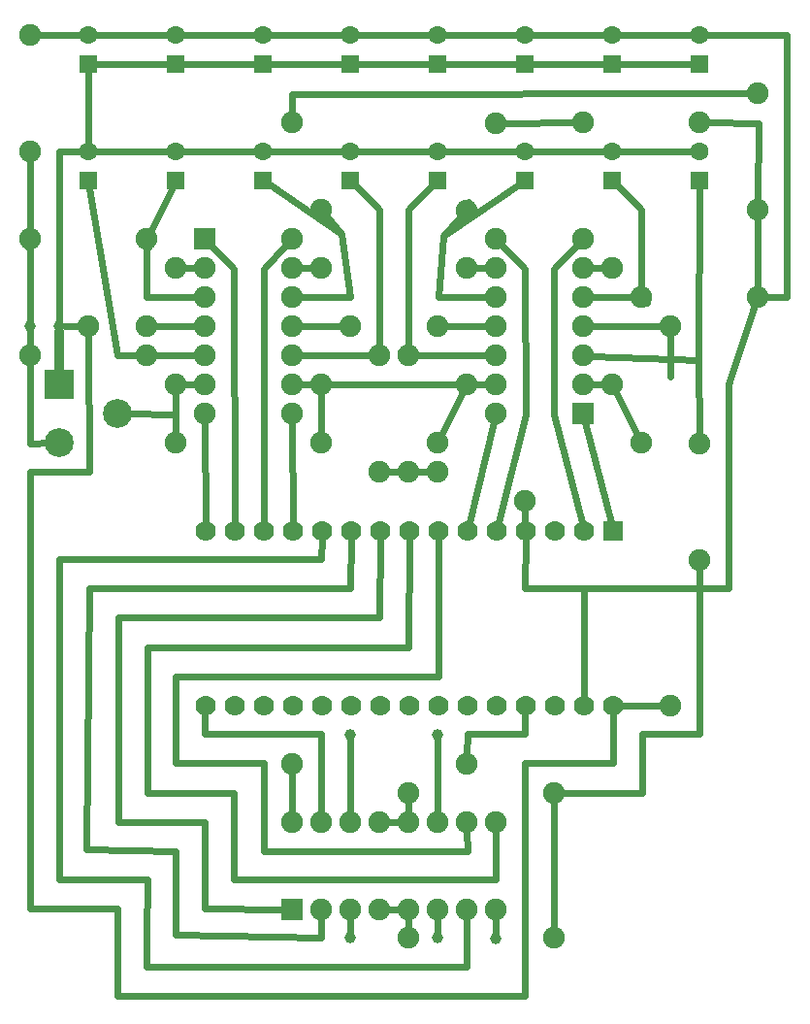
<source format=gtl>
G04 MADE WITH FRITZING*
G04 WWW.FRITZING.ORG*
G04 DOUBLE SIDED*
G04 HOLES PLATED*
G04 CONTOUR ON CENTER OF CONTOUR VECTOR*
%ASAXBY*%
%FSLAX23Y23*%
%MOIN*%
%OFA0B0*%
%SFA1.0B1.0*%
%ADD10C,0.075000*%
%ADD11C,0.062992*%
%ADD12C,0.099000*%
%ADD13C,0.070000*%
%ADD14C,0.039370*%
%ADD15R,0.075000X0.075000*%
%ADD16R,0.062992X0.062992*%
%ADD17R,0.099000X0.099000*%
%ADD18R,0.070000X0.069972*%
%ADD19C,0.024000*%
%ADD20C,0.032000*%
%LNCOPPER1*%
G90*
G70*
G54D10*
X967Y346D03*
X967Y646D03*
X1067Y346D03*
X1067Y646D03*
X1167Y346D03*
X1167Y646D03*
X1267Y346D03*
X1267Y646D03*
X1367Y346D03*
X1367Y646D03*
X1467Y346D03*
X1467Y646D03*
X1567Y346D03*
X1567Y646D03*
X1667Y346D03*
X1667Y646D03*
G54D11*
X266Y3249D03*
X266Y3347D03*
X566Y3249D03*
X566Y3347D03*
X866Y3249D03*
X866Y3347D03*
X1166Y3249D03*
X1166Y3347D03*
X1466Y3249D03*
X1466Y3347D03*
X1766Y3249D03*
X1766Y3347D03*
X2066Y3249D03*
X2066Y3347D03*
X2366Y3249D03*
X2366Y3347D03*
X1766Y2849D03*
X1766Y2947D03*
X566Y2849D03*
X566Y2947D03*
X1166Y2849D03*
X1166Y2947D03*
X2366Y2849D03*
X2366Y2947D03*
X2066Y2849D03*
X2066Y2947D03*
X1466Y2849D03*
X1466Y2947D03*
X866Y2849D03*
X866Y2947D03*
X266Y2849D03*
X266Y2947D03*
G54D10*
X666Y2647D03*
X666Y2547D03*
X666Y2447D03*
X666Y2347D03*
X666Y2247D03*
X666Y2147D03*
X666Y2047D03*
X966Y2047D03*
X966Y2147D03*
X966Y2247D03*
X966Y2347D03*
X966Y2447D03*
X966Y2547D03*
X966Y2647D03*
X1966Y2047D03*
X1966Y2147D03*
X1966Y2247D03*
X1966Y2347D03*
X1966Y2447D03*
X1966Y2547D03*
X1966Y2647D03*
X1666Y2647D03*
X1666Y2547D03*
X1666Y2447D03*
X1666Y2347D03*
X1666Y2247D03*
X1666Y2147D03*
X1666Y2047D03*
G54D12*
X166Y1947D03*
X166Y2147D03*
X366Y2047D03*
G54D10*
X566Y2547D03*
X566Y2147D03*
X1066Y2547D03*
X1066Y2147D03*
X1566Y2547D03*
X1566Y2147D03*
X2066Y2547D03*
X2066Y2147D03*
X1166Y2347D03*
X1466Y2347D03*
X266Y2347D03*
X466Y2347D03*
X2266Y2347D03*
X2267Y1046D03*
G54D13*
X2068Y1646D03*
X1968Y1646D03*
X1868Y1646D03*
X1768Y1646D03*
X1668Y1646D03*
X1568Y1646D03*
X1468Y1646D03*
X1368Y1646D03*
X1268Y1646D03*
X1168Y1646D03*
X1068Y1646D03*
X968Y1646D03*
X868Y1646D03*
X768Y1646D03*
X668Y1646D03*
X2068Y1046D03*
X1968Y1046D03*
X1868Y1046D03*
X1768Y1046D03*
X1668Y1046D03*
X1568Y1046D03*
X1468Y1046D03*
X1368Y1046D03*
X1268Y1046D03*
X1168Y1046D03*
X1068Y1046D03*
X968Y1046D03*
X868Y1046D03*
X768Y1046D03*
X668Y1046D03*
G54D10*
X1466Y1947D03*
X2166Y1947D03*
X566Y1947D03*
X1066Y1947D03*
X967Y846D03*
X1567Y846D03*
X1367Y746D03*
X1867Y746D03*
G54D14*
X1466Y247D03*
X1166Y247D03*
X1467Y946D03*
X1167Y946D03*
X1667Y246D03*
X66Y2347D03*
X166Y2347D03*
G54D10*
X66Y3347D03*
X66Y2947D03*
X66Y2247D03*
X466Y2247D03*
X1266Y2247D03*
X1266Y1847D03*
X1366Y2247D03*
X1366Y1847D03*
X66Y2647D03*
X466Y2647D03*
X2166Y2447D03*
X2566Y2447D03*
X2366Y3047D03*
X1966Y3047D03*
X2367Y1946D03*
X2367Y1546D03*
X1466Y1847D03*
X1766Y1747D03*
X2566Y2747D03*
X2566Y3147D03*
X1666Y3046D03*
X1566Y2746D03*
X1066Y2747D03*
X966Y3047D03*
X1866Y247D03*
X1366Y247D03*
G54D15*
X967Y346D03*
G54D16*
X266Y3249D03*
X566Y3249D03*
X866Y3249D03*
X1166Y3249D03*
X1466Y3249D03*
X1766Y3249D03*
X2066Y3249D03*
X2366Y3249D03*
X1766Y2849D03*
X566Y2849D03*
X1166Y2849D03*
X2366Y2849D03*
X2066Y2849D03*
X1466Y2849D03*
X866Y2849D03*
X266Y2849D03*
G54D15*
X666Y2647D03*
X1966Y2047D03*
G54D17*
X166Y2147D03*
G54D18*
X2068Y1646D03*
G54D19*
X2339Y3249D02*
X2093Y3249D01*
D02*
X2039Y3249D02*
X1793Y3249D01*
D02*
X1739Y3249D02*
X1493Y3249D01*
D02*
X1439Y3249D02*
X1193Y3249D01*
D02*
X1139Y3249D02*
X893Y3249D01*
D02*
X839Y3249D02*
X593Y3249D01*
D02*
X539Y3249D02*
X293Y3249D01*
D02*
X539Y3347D02*
X293Y3347D01*
D02*
X593Y3347D02*
X839Y3347D01*
D02*
X893Y3347D02*
X1139Y3347D01*
D02*
X1193Y3347D02*
X1439Y3347D01*
D02*
X1493Y3347D02*
X1739Y3347D01*
D02*
X1793Y3347D02*
X2039Y3347D01*
D02*
X2093Y3347D02*
X2339Y3347D01*
D02*
X666Y2019D02*
X668Y1675D01*
D02*
X764Y2546D02*
X686Y2627D01*
D02*
X768Y1675D02*
X764Y2546D01*
D02*
X868Y2546D02*
X868Y1675D01*
D02*
X946Y2627D02*
X868Y2546D01*
D02*
X968Y1675D02*
X966Y2019D01*
D02*
X1575Y1674D02*
X1659Y2019D01*
D02*
X2061Y1674D02*
X1973Y2019D01*
D02*
X266Y2974D02*
X266Y3222D01*
D02*
X539Y2947D02*
X293Y2947D01*
D02*
X839Y2947D02*
X593Y2947D01*
D02*
X1139Y2947D02*
X893Y2947D01*
D02*
X1439Y2947D02*
X1193Y2947D01*
D02*
X1739Y2947D02*
X1493Y2947D01*
D02*
X2039Y2947D02*
X1793Y2947D01*
D02*
X2339Y2947D02*
X2093Y2947D01*
D02*
X239Y3347D02*
X65Y3348D01*
D02*
X467Y2447D02*
X566Y2447D01*
D02*
X566Y2447D02*
X637Y2447D01*
D02*
X554Y2825D02*
X467Y2645D01*
D02*
X467Y2645D02*
X467Y2447D01*
D02*
X367Y2248D02*
X270Y2822D01*
D02*
X637Y2247D02*
X367Y2248D01*
D02*
X1768Y2044D02*
X1765Y2546D01*
D02*
X1765Y2546D02*
X1686Y2627D01*
D02*
X1675Y1674D02*
X1768Y2044D01*
D02*
X1866Y2044D02*
X1864Y2546D01*
D02*
X1864Y2546D02*
X1946Y2627D01*
D02*
X1866Y2044D02*
X1866Y2044D01*
D02*
X1961Y1674D02*
X1866Y2044D01*
D02*
X1134Y2663D02*
X1166Y2447D01*
D02*
X1166Y2447D02*
X995Y2447D01*
D02*
X888Y2833D02*
X1134Y2663D01*
D02*
X1265Y2749D02*
X1265Y2248D01*
D02*
X1265Y2248D02*
X995Y2247D01*
D02*
X1185Y2830D02*
X1265Y2749D01*
D02*
X1364Y2749D02*
X1447Y2830D01*
D02*
X1637Y2247D02*
X1364Y2248D01*
D02*
X1364Y2248D02*
X1364Y2749D01*
D02*
X1468Y2447D02*
X1637Y2447D01*
D02*
X1744Y2834D02*
X1486Y2659D01*
D02*
X1486Y2659D02*
X1468Y2447D01*
D02*
X2167Y2447D02*
X1995Y2447D01*
D02*
X2167Y2749D02*
X2167Y2447D01*
D02*
X2085Y2830D02*
X2167Y2749D01*
D02*
X2366Y2822D02*
X2361Y2230D01*
D02*
X2361Y2230D02*
X1995Y2246D01*
D02*
X595Y2147D02*
X637Y2147D01*
D02*
X595Y2547D02*
X637Y2547D01*
D02*
X1037Y2147D02*
X995Y2147D01*
D02*
X1037Y2547D02*
X995Y2547D01*
D02*
X1595Y2547D02*
X1637Y2547D01*
D02*
X1595Y2147D02*
X1637Y2147D01*
D02*
X1995Y2547D02*
X2037Y2547D01*
D02*
X1995Y2147D02*
X2037Y2147D01*
D02*
X1495Y2347D02*
X1637Y2347D01*
D02*
X995Y2347D02*
X1137Y2347D01*
D02*
X637Y2347D02*
X495Y2347D01*
D02*
X2266Y2347D02*
X1995Y2347D01*
D02*
X2267Y2175D02*
X2266Y2347D01*
D02*
X2667Y2447D02*
X2667Y3348D01*
D02*
X1768Y1617D02*
X1766Y1448D01*
D02*
X2667Y3348D02*
X2393Y3347D01*
D02*
X2595Y2447D02*
X2667Y2447D01*
D02*
X1766Y1448D02*
X2465Y1448D01*
D02*
X1537Y2147D02*
X1095Y2147D01*
D02*
X2153Y1973D02*
X2079Y2122D01*
D02*
X1479Y1973D02*
X1553Y2122D01*
D02*
X1066Y2119D02*
X1066Y1976D01*
D02*
X566Y2119D02*
X566Y1976D01*
D02*
X566Y2045D02*
X398Y2047D01*
D02*
X566Y2119D02*
X566Y2045D01*
D02*
X1766Y1448D02*
X1969Y1448D01*
D02*
X1969Y1448D02*
X1968Y1075D01*
D02*
X366Y47D02*
X1766Y47D01*
D02*
X66Y347D02*
X366Y347D01*
D02*
X65Y1847D02*
X65Y548D01*
D02*
X65Y548D02*
X66Y347D01*
D02*
X268Y1847D02*
X65Y1847D01*
D02*
X366Y347D02*
X366Y47D01*
D02*
X266Y2319D02*
X268Y1847D01*
D02*
X1296Y646D02*
X1338Y646D01*
D02*
X1296Y346D02*
X1338Y346D01*
D02*
X666Y347D02*
X666Y645D01*
D02*
X368Y645D02*
X368Y1348D01*
D02*
X666Y645D02*
X368Y645D01*
D02*
X368Y1348D02*
X1266Y1348D01*
D02*
X938Y346D02*
X666Y347D01*
D02*
X1266Y1348D02*
X1268Y1617D01*
D02*
X801Y447D02*
X1667Y447D01*
D02*
X765Y447D02*
X801Y447D01*
D02*
X468Y744D02*
X765Y744D01*
D02*
X1667Y447D02*
X1667Y618D01*
D02*
X1365Y1245D02*
X468Y1245D01*
D02*
X1368Y1617D02*
X1365Y1245D01*
D02*
X468Y1245D02*
X468Y744D01*
D02*
X765Y744D02*
X765Y447D01*
D02*
X567Y546D02*
X567Y257D01*
D02*
X260Y550D02*
X567Y546D01*
D02*
X567Y257D02*
X1067Y248D01*
D02*
X1067Y248D02*
X1067Y318D01*
D02*
X1167Y1448D02*
X269Y1448D01*
D02*
X1168Y1617D02*
X1167Y1448D01*
D02*
X269Y1448D02*
X260Y550D01*
D02*
X466Y247D02*
X468Y447D01*
D02*
X466Y247D02*
X466Y147D01*
D02*
X1066Y147D02*
X466Y147D01*
D02*
X466Y147D02*
X466Y247D01*
D02*
X468Y447D02*
X165Y447D01*
D02*
X1067Y1547D02*
X1068Y1617D01*
D02*
X165Y1547D02*
X1067Y1547D01*
D02*
X1567Y318D02*
X1566Y147D01*
D02*
X1566Y147D02*
X1066Y147D01*
D02*
X165Y447D02*
X165Y1547D01*
D02*
X1568Y546D02*
X869Y546D01*
D02*
X567Y848D02*
X567Y1146D01*
D02*
X869Y546D02*
X869Y848D01*
D02*
X567Y1146D02*
X1469Y1146D01*
D02*
X1469Y1146D02*
X1468Y1617D01*
D02*
X869Y848D02*
X567Y848D01*
D02*
X1567Y618D02*
X1568Y546D01*
D02*
X1067Y947D02*
X666Y947D01*
D02*
X666Y947D02*
X667Y1017D01*
D02*
X1067Y675D02*
X1067Y947D01*
D02*
X967Y818D02*
X967Y675D01*
D02*
X1766Y847D02*
X2068Y848D01*
D02*
X1766Y47D02*
X1766Y847D01*
D02*
X2366Y947D02*
X2168Y947D01*
D02*
X2366Y1448D02*
X2366Y947D01*
D02*
X2168Y744D02*
X1896Y746D01*
D02*
X2168Y947D02*
X2168Y744D01*
D02*
X1367Y675D02*
X1367Y718D01*
D02*
X1466Y266D02*
X1467Y318D01*
D02*
X1166Y266D02*
X1167Y318D01*
D02*
X1167Y675D02*
X1167Y927D01*
D02*
X1467Y675D02*
X1467Y927D01*
D02*
X1667Y265D02*
X1667Y318D01*
D02*
X2068Y848D02*
X2068Y1017D01*
D02*
X237Y2347D02*
X185Y2347D01*
G54D20*
D02*
X166Y2179D02*
X166Y2328D01*
G54D19*
D02*
X2097Y1046D02*
X2238Y1046D01*
D02*
X65Y3348D02*
X52Y3372D01*
D02*
X1568Y947D02*
X1766Y947D01*
D02*
X1766Y947D02*
X1767Y1017D01*
D02*
X1567Y875D02*
X1568Y947D01*
D02*
X239Y2947D02*
X164Y2947D01*
D02*
X164Y2947D02*
X166Y2366D01*
D02*
X65Y1946D02*
X66Y2328D01*
D02*
X134Y1947D02*
X65Y1946D01*
D02*
X66Y2366D02*
X66Y2919D01*
D02*
X2361Y2230D02*
X2366Y1975D01*
D02*
X2366Y1448D02*
X2367Y1518D01*
D02*
X2167Y2447D02*
X2187Y2428D01*
D02*
X2465Y2147D02*
X2557Y2420D01*
D02*
X2465Y1448D02*
X2465Y2147D01*
D02*
X467Y2645D02*
X473Y2619D01*
D02*
X66Y2919D02*
X65Y2645D01*
D02*
X65Y2645D02*
X56Y2620D01*
D02*
X367Y2248D02*
X437Y2247D01*
D02*
X66Y2619D02*
X66Y2276D01*
D02*
X1364Y2248D02*
X1340Y2260D01*
D02*
X1265Y2248D02*
X1244Y2265D01*
D02*
X1437Y1847D02*
X1395Y1847D01*
D02*
X1767Y1675D02*
X1767Y1719D01*
D02*
X1337Y1847D02*
X1295Y1847D01*
D02*
X2566Y2476D02*
X2566Y2719D01*
D02*
X2568Y3046D02*
X2395Y3047D01*
D02*
X2566Y2776D02*
X2568Y3046D01*
D02*
X1937Y3047D02*
X1695Y3046D01*
D02*
X1567Y2749D02*
X1573Y2773D01*
D02*
X1486Y2659D02*
X1567Y2749D01*
D02*
X1134Y2663D02*
X1084Y2725D01*
D02*
X967Y3146D02*
X966Y3076D01*
D02*
X2537Y3147D02*
X967Y3146D01*
D02*
X1367Y318D02*
X1366Y276D01*
D02*
X1867Y718D02*
X1866Y276D01*
G04 End of Copper1*
M02*
</source>
